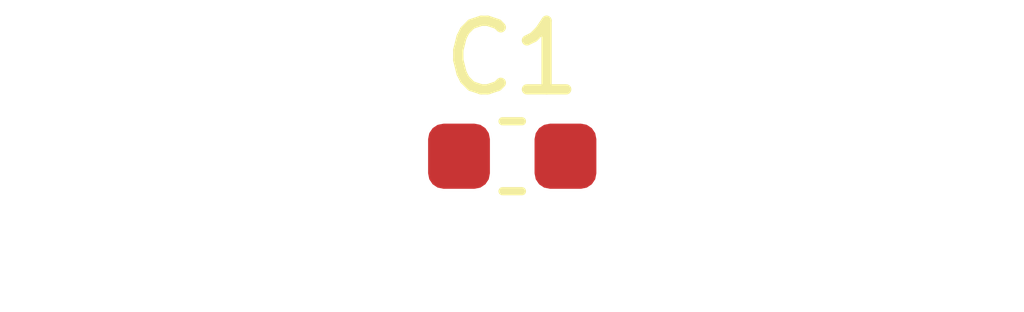
<source format=kicad_pcb>
(kicad_pcb (version 20240108) (generator "pcbnew") (generator_version "8.0")
  (layers (0 "F.Cu" signal) (31 "B.Cu" signal) (34 "B.Paste" user) (35 "F.Paste" user) (36 "B.SilkS" user "B.Silkscreen") (37 "F.SilkS" user "F.Silkscreen") (38 "B.Mask" user) (39 "F.Mask" user) (44 "Edge.Cuts" user))
  (net 0 "")
  (footprint "Capacitor_SMD:C_0603_1608Metric" (layer "F.Cu") (at 0 0)
    (property "Reference" "C1" (at 0 -1.43 0) (layer "F.SilkS"))
    (property "Value" "C_0603_1608Metric")
    (fp_line (start -0.14058 -0.51) (end 0.14058 -0.51) (stroke (width 0.12)) (layer "F.SilkS"))
    (fp_line (start -0.14058 0.51) (end 0.14058 0.51) (stroke (width 0.12)) (layer "F.SilkS"))
    (pad "1" smd roundrect (at -0.775 0) (size 0.9 0.95) (layers "F.Cu" "F.Paste" "F.Mask"))
    (pad "2" smd roundrect (at 0.775 0) (size 0.9 0.95) (layers "F.Cu" "F.Paste" "F.Mask"))
  )
)
</source>
